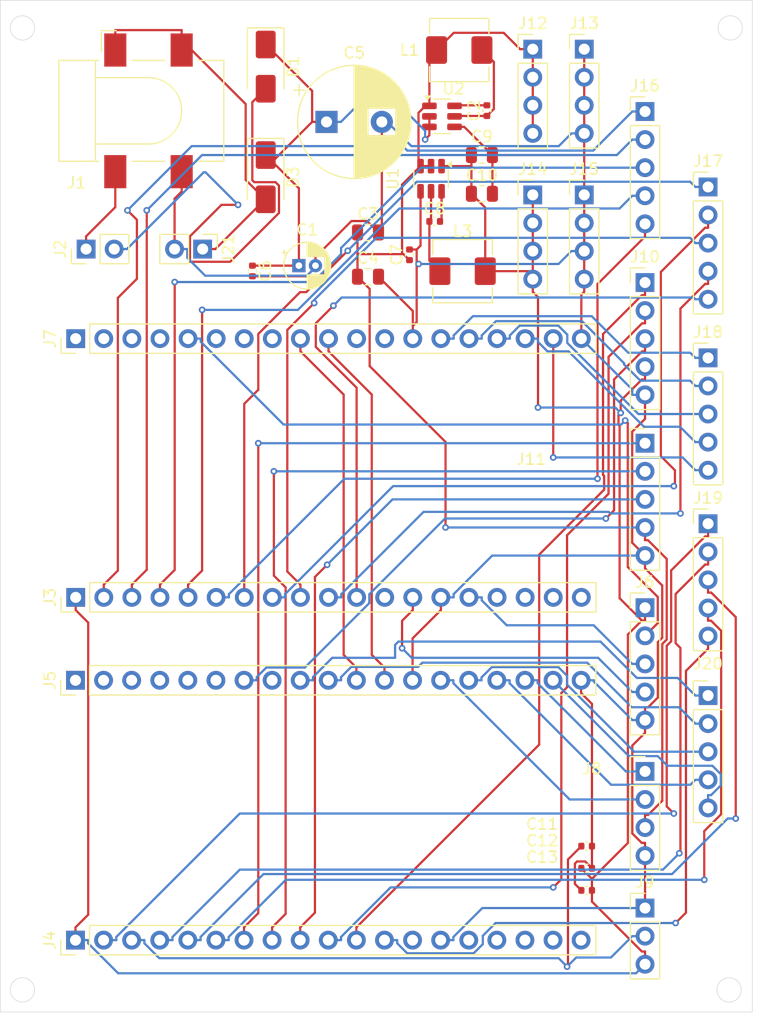
<source format=kicad_pcb>
(kicad_pcb (version 20240108) (generator "pcbnew") (generator_version "8.0")
  (layers (0 "F.Cu" signal) (31 "B.Cu" signal) (34 "B.Paste" user) (35 "F.Paste" user) (36 "B.SilkS" user "B.Silkscreen") (37 "F.SilkS" user "F.Silkscreen") (38 "B.Mask" user) (39 "F.Mask" user) (44 "Edge.Cuts" user))
  (net 0 "")
  (net 1 "Net-(D1-K)")
  (net 2 "GND")
  (net 3 "Net-(U2-SW)")
  (net 4 "Net-(U2-BST)")
  (net 5 "Net-(J11-Pin_4)")
  (net 6 "Net-(U1-SW)")
  (net 7 "Net-(U1-BST)")
  (net 8 "3.3V")
  (net 9 "Net-(J4-Pin_3)")
  (net 10 "Net-(D1-A)")
  (net 11 "Net-(J2-Pin_1)")
  (net 13 "Net-(J17-Pin_2)")
  (net 15 "Net-(J16-Pin_3)")
  (net 16 "Net-(J16-Pin_1)")
  (net 18 "Net-(J16-Pin_4)")
  (net 20 "Net-(J16-Pin_2)")
  (net 21 "Net-(J3-Pin_13)")
  (net 22 "Net-(J16-Pin_5)")
  (net 23 "Net-(J17-Pin_1)")
  (net 24 "Net-(J17-Pin_4)")
  (net 25 "Net-(J3-Pin_15)")
  (net 26 "Net-(J17-Pin_3)")
  (net 28 "Net-(J17-Pin_5)")
  (net 29 "Net-(J10-Pin_1)")
  (net 30 "Net-(J19-Pin_4)")
  (net 31 "Net-(J11-Pin_1)")
  (net 34 "Net-(J19-Pin_2)")
  (net 35 "Net-(J19-Pin_3)")
  (net 36 "Net-(J11-Pin_2)")
  (net 39 "Net-(J10-Pin_2)")
  (net 40 "Net-(J19-Pin_1)")
  (net 42 "Net-(J11-Pin_3)")
  (net 44 "Net-(J19-Pin_5)")
  (net 45 "Net-(J20-Pin_4)")
  (net 46 "Net-(J5-Pin_14)")
  (net 48 "Net-(J10-Pin_3)")
  (net 49 "Net-(J20-Pin_2)")
  (net 50 "Net-(J20-Pin_5)")
  (net 51 "Net-(J5-Pin_17)")
  (net 52 "Net-(J5-Pin_11)")
  (net 53 "Net-(J20-Pin_1)")
  (net 56 "Net-(J5-Pin_12)")
  (net 58 "Net-(J20-Pin_3)")
  (net 62 "Net-(J6-Pin_2)")
  (net 64 "Net-(J18-Pin_4)")
  (net 66 "Net-(J18-Pin_5)")
  (net 73 "Net-(J18-Pin_2)")
  (net 74 "Net-(J18-Pin_1)")
  (net 76 "Net-(J18-Pin_3)")
  (net 77 "Net-(D3-A)")
  (footprint "Connector_PinHeader_2.54mm:PinHeader_1x05_P2.54mm_Vertical" (layer "F.Cu") (at 177.3 42.06)
    (property "Reference" "J16")
    (property "Value" "Conn_01x05_Pin")
  )
  (footprint "Capacitor_SMD:C_0805_2012Metric" (layer "F.Cu") (at 152.25 53)
    (property "Reference" "C3")
    (property "Value" "22 uF")
  )
  (footprint "Capacitor_SMD:C_0402_1005Metric" (layer "F.Cu") (at 158.28 52)
    (property "Reference" "C8")
    (property "Value" "100 nF")
  )
  (footprint "Inductor_SMD:L_Changjiang_FXL0530" (layer "F.Cu") (at 160.8 56.5)
    (property "Reference" "L3")
    (property "Value" "3.9 uH")
  )
  (footprint "Capacitor_SMD:C_0402_1005Metric" (layer "F.Cu") (at 172.02 110.5)
    (property "Reference" "C12")
    (property "Value" "0.1 uF")
  )
  (footprint "Connector_PinHeader_2.54mm:PinHeader_1x19_P2.54mm_Vertical" (layer "F.Cu") (at 125.82 62.6 90)
    (property "Reference" "J7")
    (property "Value" "Conn_01x19_Socket")
  )
  (footprint "Connector_PinHeader_2.54mm:PinHeader_1x05_P2.54mm_Vertical" (layer "F.Cu") (at 177.3 72.06)
    (property "Reference" "J11")
    (property "Value" "Conn_01x05_Pin")
  )
  (footprint "Connector_PinHeader_2.54mm:PinHeader_1x05_P2.54mm_Vertical" (layer "F.Cu") (at 183 79.34)
    (property "Reference" "J19")
    (property "Value" "Conn_01x05_Pin")
  )
  (footprint "Connector_PinHeader_2.54mm:PinHeader_1x04_P2.54mm_Vertical" (layer "F.Cu") (at 167.15 36.42)
    (property "Reference" "J12")
    (property "Value" "Conn_01x04_Pin")
  )
  (footprint "Connector_PinHeader_2.54mm:PinHeader_1x05_P2.54mm_Vertical" (layer "F.Cu") (at 183 64.34)
    (property "Reference" "J18")
    (property "Value" "Conn_01x05_Pin")
  )
  (footprint "Connector_PinHeader_2.54mm:PinHeader_1x05_P2.54mm_Vertical" (layer "F.Cu") (at 177.3 57.525)
    (property "Reference" "J10")
    (property "Value" "Conn_01x05_Pin")
  )
  (footprint "Connector_PinHeader_2.54mm:PinHeader_1x04_P2.54mm_Vertical" (layer "F.Cu") (at 171.8 49.6)
    (property "Reference" "J15")
    (property "Value" "Conn_01x04_Pin")
  )
  (footprint "Connector_PinHeader_2.54mm:PinHeader_1x04_P2.54mm_Vertical" (layer "F.Cu") (at 171.8 36.42)
    (property "Reference" "J13")
    (property "Value" "Conn_01x04_Pin")
  )
  (footprint "Capacitor_SMD:C_0402_1005Metric" (layer "F.Cu") (at 141.8 56.48 -90)
    (property "Reference" "C6")
    (property "Value" "0.1 uF")
  )
  (footprint "Capacitor_SMD:C_0402_1005Metric" (layer "F.Cu") (at 172.02 108.5)
    (property "Reference" "C11")
    (property "Value" "0.001 uF")
  )
  (footprint "Connector_PinHeader_2.54mm:PinHeader_1x04_P2.54mm_Vertical" (layer "F.Cu") (at 177.3 101.74)
    (property "Reference" "J8")
    (property "Value" "Conn_01x04_Pin")
  )
  (footprint "Connector_PinHeader_2.54mm:PinHeader_1x02_P2.54mm_Vertical" (layer "F.Cu") (at 137.3 54.5 -90)
    (property "Reference" "J21")
    (property "Value" "Conn_01x02_Pin")
  )
  (footprint "Package_TO_SOT_SMD:TSOT-23-6" (layer "F.Cu") (at 157.95 48.1375 -90)
    (property "Reference" "U1")
    (property "Value" "AP63203WU")
  )
  (footprint "Connector_BarrelJack:BarrelJack_CLIFF_FC681465S_SMT_Horizontal" (layer "F.Cu") (at 132.4 42)
    (property "Reference" "J1")
    (property "Value" "Barrel_Jack_Switch")
  )
  (footprint "Connector_PinHeader_2.54mm:PinHeader_1x19_P2.54mm_Vertical" (layer "F.Cu") (at 125.8 93.5 90)
    (property "Reference" "J5")
    (property "Value" "Conn_01x19_Socket")
  )
  (footprint "Connector_PinHeader_2.54mm:PinHeader_1x19_P2.54mm_Vertical" (layer "F.Cu") (at 125.8 117 90)
    (property "Reference" "J4")
    (property "Value" "Conn_01x19_Socket")
  )
  (footprint "Package_TO_SOT_SMD:TSOT-23-6" (layer "F.Cu") (at 158.9375 42.5)
    (property "Reference" "U2")
    (property "Value" "AP63205WU")
  )
  (footprint "Inductor_SMD:L_Changjiang_FXL0530" (layer "F.Cu") (at 160.5 36.5 180)
    (property "Reference" "L1")
    (property "Value" "4.7 uH")
  )
  (footprint "Connector_PinHeader_2.54mm:PinHeader_1x03_P2.54mm_Vertical" (layer "F.Cu") (at 177.3 114.1)
    (property "Reference" "J9")
    (property "Value" "Conn_01x03_Pin")
  )
  (footprint "Capacitor_SMD:C_0402_1005Metric" (layer "F.Cu") (at 163 41.98 90)
    (property "Reference" "C2")
    (property "Value" "100 nF")
  )
  (footprint "Capacitor_SMD:C_0402_1005Metric" (layer "F.Cu") (at 156 55.02 90)
    (property "Reference" "C7")
    (property "Value" "0.1 uF")
  )
  (footprint "Connector_PinHeader_2.54mm:PinHeader_1x05_P2.54mm_Vertical" (layer "F.Cu") (at 183 94.88)
    (property "Reference" "J20")
    (property "Value" "Conn_01x05_Pin")
  )
  (footprint "Capacitor_SMD:C_0805_2012Metric" (layer "F.Cu") (at 162.55 46)
    (property "Reference" "C9")
    (property "Value" "22 uF")
  )
  (footprint "Connector_PinHeader_2.54mm:PinHeader_1x05_P2.54mm_Vertical" (layer "F.Cu") (at 177.3 86.94)
    (property "Reference" "J6")
    (property "Value" "Conn_01x05_Pin")
  )
  (footprint "Diode_SMD:D_SMA" (layer "F.Cu") (at 143 48 -90)
    (property "Reference" "D3")
    (property "Value" "SS24")
  )
  (footprint "Capacitor_THT:CP_Radial_D10.0mm_P5.00mm" (layer "F.Cu") (at 148.5 43)
    (property "Reference" "C5")
    (property "Value" "1000 uF")
  )
  (footprint "Capacitor_SMD:C_0805_2012Metric" (layer "F.Cu") (at 152.25 57)
    (property "Reference" "C4")
    (property "Value" "22 uF")
  )
  (footprint "Diode_SMD:D_SMA" (layer "F.Cu") (at 143 38 -90)
    (property "Reference" "D1")
    (property "Value" "SS24")
  )
  (footprint "Connector_PinHeader_2.54mm:PinHeader_1x04_P2.54mm_Vertical" (layer "F.Cu") (at 167.15 49.6)
    (property "Reference" "J14")
    (property "Value" "Conn_01x04_Pin")
  )
  (footprint "Capacitor_THT:CP_Radial_D4.0mm_P1.50mm" (layer "F.Cu") (at 146 56)
    (property "Reference" "C1")
    (property "Value" "10 uF")
  )
  (footprint "Connector_PinHeader_2.54mm:PinHeader_1x19_P2.54mm_Vertical" (layer "F.Cu") (at 125.82 86 90)
    (property "Reference" "J3")
    (property "Value" "Conn_01x19_Socket")
  )
  (footprint "Connector_PinHeader_2.54mm:PinHeader_1x05_P2.54mm_Vertical" (layer "F.Cu") (at 183 48.88)
    (property "Reference" "J17")
    (property "Value" "Conn_01x05_Pin")
  )
  (footprint "Capacitor_SMD:C_0402_1005Metric" (layer "F.Cu") (at 172.02 112.5)
    (property "Reference" "C13")
    (property "Value" "0.1 uF")
  )
  (footprint "Connector_PinHeader_2.54mm:PinHeader_1x02_P2.54mm_Vertical" (layer "F.Cu") (at 126.76 54.5 90)
    (property "Reference" "J2")
    (property "Value" "Conn_01x02_Pin")
  )
  (footprint "Capacitor_SMD:C_0805_2012Metric" (layer "F.Cu") (at 162.55 49.5)
    (property "Reference" "C10")
    (property "Value" "22 uF")
  )
  (gr_circle (center 184.9 121.5) (end 186 121.5) (stroke (width 0.05)) (fill none) (layer "Edge.Cuts"))
  (gr_rect (start 119 32) (end 187 123.5) (stroke (width 0.05)) (fill none) (layer "Edge.Cuts"))
  (gr_circle (center 121 121.5) (end 122.1 121.5) (stroke (width 0.05)) (fill none) (layer "Edge.Cuts"))
  (gr_circle (center 185 34.5) (end 186.1 34.5) (stroke (width 0.05)) (fill none) (layer "Edge.Cuts"))
  (gr_circle (center 121 34.5) (end 122.1 34.5) (stroke (width 0.05)) (fill none) (layer "Edge.Cuts"))
  (segment (start 146 56) (end 141.8 56) (width 0.2) (layer "F.Cu") (net 1))
  (segment (start 147.1983 43) (end 143.5992 46.5991) (width 0.2) (layer "F.Cu") (net 1))
  (segment (start 146 49) (end 143.5992 46.5991) (width 0.2) (layer "F.Cu") (net 1))
  (segment (start 157.4162 44.5917) (end 157.8 44.2079) (width 0.2) (layer "F.Cu") (net 1))
  (segment (start 146 56) (end 146 49) (width 0.2) (layer "F.Cu") (net 1))
  (segment (start 148.5 43) (end 147.1983 43) (width 0.2) (layer "F.Cu") (net 1))
  (segment (start 143.5992 46.5991) (end 143 46) (width 0.2) (layer "F.Cu") (net 1))
  (segment (start 147.1983 40.1983) (end 147.1983 43) (width 0.2) (layer "F.Cu") (net 1))
  (segment (start 157.8 44.2079) (end 157.8 43.45) (width 0.2) (layer "F.Cu") (net 1))
  (segment (start 143 36) (end 147.1983 40.1983) (width 0.2) (layer "F.Cu") (net 1))
  (segment (start 157.8 43.45) (end 157.8 42.5) (width 0.2) (layer "F.Cu") (net 1))
  (via (at 157.4162 44.5917) (size 0.6) (drill 0.3) (layers "F.Cu" "B.Cu") (net 1))
  (segment (start 155.2848 41.6748) (end 151.1269 41.6748) (width 0.2) (layer "B.Cu") (net 1))
  (segment (start 157.4162 44.5917) (end 157.4162 43.8062) (width 0.2) (layer "B.Cu") (net 1))
  (segment (start 149.8017 43) (end 148.5 43) (width 0.2) (layer "B.Cu") (net 1))
  (segment (start 151.1269 41.6748) (end 149.8017 43) (width 0.2) (layer "B.Cu") (net 1))
  (segment (start 157.4162 43.8062) (end 155.2848 41.6748) (width 0.2) (layer "B.Cu") (net 1))
  (segment (start 171.8 41.5) (end 171.8 44.04) (width 0.2) (layer "F.Cu") (net 2))
  (segment (start 156.65 55.8496) (end 156.8239 55.8496) (width 0.2) (layer "F.Cu") (net 2))
  (segment (start 176.1396 81.0596) (end 176.1396 71.0178) (width 0.2) (layer "F.Cu") (net 2))
  (segment (start 156.65 54.54) (end 157 54.19) (width 0.2) (layer "F.Cu") (net 2))
  (segment (start 177.3 82.22) (end 176.1396 81.0596) (width 0.2) (layer "F.Cu") (net 2))
  (segment (start 156.65 61.0983) (end 156.65 55.8496) (width 0.2) (layer "F.Cu") (net 2))
  (segment (start 172.5 108.5) (end 172.5 95.6317) (width 0.2) (layer "F.Cu") (net 2))
  (segment (start 156.28 89.7117) (end 156.28 93.5) (width 0.2) (layer "F.Cu") (net 2))
  (segment (start 178.8534 84.9251) (end 177.3 83.3717) (width 0.2) (layer "F.Cu") (net 2))
  (segment (start 177.3 67.685) (end 177.3 68.8367) (width 0.2) (layer "F.Cu") (net 2))
  (segment (start 147.5 56.1459) (end 147.5 56) (width 0.2) (layer "F.Cu") (net 2))
  (segment (start 177.0035 108.2083) (end 177.3 108.2083) (width 0.2) (layer "F.Cu") (net 2))
  (segment (start 172.5 95.6317) (end 171.52 94.6517) (width 0.2) (layer "F.Cu") (net 2))
  (segment (start 177.3 82.7958) (end 177.3 82.22) (width 0.2) (layer "F.Cu") (net 2))
  (segment (start 135.4 49.3017) (end 134.76 49.9417) (width 0.2) (layer "F.Cu") (net 2))
  (segment (start 177.3 95.9483) (end 177.5685 95.9483) (width 0.2) (layer "F.Cu") (net 2))
  (segment (start 156.3 60.1) (end 156.3 61.4483) (width 0.2) (layer "F.Cu") (net 2))
  (segment (start 177.5685 95.9483) (end 178.4566 95.0602) (width 0.2) (layer "F.Cu") (net 2))
  (segment (start 171.8864 109.8864) (end 172.5 110.5) (width 0.2) (layer "F.Cu") (net 2))
  (segment (start 171.8 58.3717) (end 171.54 58.6317) (width 0.2) (layer "F.Cu") (net 2))
  (segment (start 171.8 57.22) (end 171.8 58.3717) (width 0.2) (layer "F.Cu") (net 2))
  (segment (start 156.3 62.6) (end 156.3 61.4483) (width 0.2) (layer "F.Cu") (net 2))
  (segment (start 150.7546 51.9661) (end 152.1661 51.9661) (width 0.2) (layer "F.Cu") (net 2))
  (segment (start 170.9555 110.0813) (end 171.1504 109.8864) (width 0.2) (layer "F.Cu") (net 2))
  (segment (start 171.54 112.5) (end 170.9555 111.9155) (width 0.2) (layer "F.Cu") (net 2))
  (segment (start 153.5 52.7) (end 153.2 53) (width 0.2) (layer "F.Cu") (net 2))
  (segment (start 152.1661 51.9661) (end 153.2 53) (width 0.2) (layer "F.Cu") (net 2))
  (segment (start 146.6859 56.96) (end 147.5 56.1459) (width 0.2) (layer "F.Cu") (net 2))
  (segment (start 141.8 56.96) (end 146.6859 56.96) (width 0.2) (layer "F.Cu") (net 2))
  (segment (start 171.8 44.04) (end 171.8 46) (width 0.2) (layer "F.Cu") (net 2))
  (segment (start 158.84 86) (end 158.84 87.1517) (width 0.2) (layer "F.Cu") (net 2))
  (segment (start 153.5 43) (end 153.5 52.7) (width 0.2) (layer "F.Cu") (net 2))
  (segment (start 156.65 55.8496) (end 156.65 54.54) (width 0.2) (layer "F.Cu") (net 2))
  (segment (start 177.3 114.1) (end 177.3 109.36) (width 0.2) (layer "F.Cu") (net 2))
  (segment (start 171.8 52.14) (end 171.8 49.6) (width 0.2) (layer "F.Cu") (net 2))
  (segment (start 171.8 54.68) (end 171.8 52.14) (width 0.2) (layer "F.Cu") (net 2))
  (segment (start 134.76 49.9417) (end 134.76 54.5) (width 0.2) (layer "F.Cu") (net 2))
  (segment (start 170.9555 111.9155) (end 170.9555 110.0813) (width 0.2) (layer "F.Cu") (net 2))
  (segment (start 177.3 82.7958) (end 177.3 83.3717) (width 0.2) (layer "F.Cu") (net 2))
  (segment (start 160.075 43.45) (end 160.95 43.45) (width 0.2) (layer "F.Cu") (net 2))
  (segment (start 176.1483 107.3531) (end 177.0035 108.2083) (width 0.2) (layer "F.Cu") (net 2))
  (segment (start 147.5 55.2207) (end 150.7546 51.9661) (width 0.2) (layer "F.Cu") (net 2))
  (segment (start 177.3 109.36) (end 177.3 108.2083) (width 0.2) (layer "F.Cu") (net 2))
  (segment (start 156.3 61.4483) (end 156.65 61.0983) (width 0.2) (layer "F.Cu") (net 2))
  (segment (start 158.84 87.1517) (end 156.28 89.7117) (width 0.2) (layer "F.Cu") (net 2))
  (segment (start 177.3 98.2517) (end 176.1483 99.4034) (width 0.2) (layer "F.Cu") (net 2))
  (segment (start 147.5 56) (end 147.5 55.2207) (width 0.2) (layer "F.Cu") (net 2))
  (segment (start 177.3 69.8574) (end 177.3 68.8367) (width 0.2) (layer "F.Cu") (net 2))
  (segment (start 178.4566 95.0602) (end 178.4566 90.0479) (width 0.2) (layer "F.Cu") (net 2))
  (segment (start 171.54 58.6317) (end 171.54 62.6) (width 0.2) (layer "F.Cu") (net 2))
  (segment (start 153.2 57) (end 156.3 60.1) (width 0.2) (layer "F.Cu") (net 2))
  (segment (start 172.5 110.5) (end 172.5 108.5) (width 0.2) (layer "F.Cu") (net 2))
  (segment (start 177.3 97.1) (end 177.3 98.2517) (width 0.2) (layer "F.Cu") (net 2))
  (segment (start 135.4 47.5) (end 135.4 49.3017) (width 0.2) (layer "F.Cu") (net 2))
  (segment (start 171.8 41.5) (end 171.8 38.96) (width 0.2) (layer "F.Cu") (net 2))
  (segment (start 171.8 46) (end 171.8 49.6) (width 0.2) (layer "F.Cu") (net 2))
  (segment (start 178.8534 89.6511) (end 178.8534 84.9251) (width 0.2) (layer "F.Cu") (net 2))
  (segment (start 176.1396 71.0178) (end 177.3 69.8574) (width 0.2) (layer "F.Cu") (net 2))
  (segment (start 163.5 46) (end 171.8 46) (width 0.2) (layer "F.Cu") (net 2))
  (segment (start 157 54.19) (end 157 49.275) (width 0.2) (layer "F.Cu") (net 2))
  (segment (start 178.4566 90.0479) (end 178.8534 89.6511) (width 0.2) (layer "F.Cu") (net 2))
  (segment (start 171.1504 109.8864) (end 171.8864 109.8864) (width 0.2) (layer "F.Cu") (net 2))
  (segment (start 171.8 38.96) (end 171.8 36.42) (width 0.2) (layer "F.Cu") (net 2))
  (segment (start 171.52 93.5) (end 171.52 94.6517) (width 0.2) (layer "F.Cu") (net 2))
  (segment (start 160.95 43.45) (end 163.5 46) (width 0.2) (layer "F.Cu") (net 2))
  (segment (start 156 54.54) (end 156.65 54.54) (width 0.2) (layer "F.Cu") (net 2))
  (segment (start 177.3 97.1) (end 177.3 95.9483) (width 0.2) (layer "F.Cu") (net 2))
  (segment (start 176.1483 99.4034) (end 176.1483 107.3531) (width 0.2) (layer "F.Cu") (net 2))
  (segment (start 163.5 49.5) (end 163.5 46) (width 0.2) (layer "F.Cu") (net 2))
  (segment (start 171.8 57.22) (end 171.8 54.68) (width 0.2) (layer "F.Cu") (net 2))
  (via (at 156.8239 55.8496) (size 0.6) (drill 0.3) (layers "F.Cu" "B.Cu") (net 2))
  (segment (start 159.9917 85.7121) (end 163.4838 82.22) (width 0.2) (layer "B.Cu") (net 2))
  (segment (start 176.1483 67.685) (end 176.1483 67.2083) (width 0.2) (layer "B.Cu") (net 2))
  (segment (start 172.6717 93.5) (end 172.6717 93.6234) (width 0.2) (layer "B.Cu") (net 2))
  (segment (start 159.9717 117) (end 159.9717 116.7121) (width 0.2) (layer "B.Cu") (net 2))
  (segment (start 147.5 56) (end 147.5 56.1459) (width 0.2) (layer "B.Cu") (net 2))
  (segment (start 134.76 54.5) (end 135.9117 54.5) (width 0.2) (layer "B.Cu") (net 2))
  (segment (start 169.4966 45.1917) (end 170.6483 44.04) (width 0.2) (layer "B.Cu") (net 2))
  (segment (start 153.5 43) (end 153.9819 43) (width 0.2) (layer "B.Cu") (net 2))
  (segment (start 147.5 56.1459) (end 146.7383 56.9076) (width 0.2) (layer "B.Cu") (net 2))
  (segment (start 177.3 67.685) (end 176.1483 67.685) (width 0.2) (layer "B.Cu") (net 2))
  (segment (start 159.9717 116.7121) (end 162.5838 114.1) (width 0.2) (layer "B.Cu") (net 2))
  (segment (start 177.3 97.1) (end 176.1483 97.1) (width 0.2) (layer "B.Cu") (net 2))
  (segment (start 158.82 117) (end 159.9717 117) (width 0.2) (layer "B.Cu") (net 2))
  (segment (start 171.52 93.5) (end 172.6717 93.5) (width 0.2) (layer "B.Cu") (net 2))
  (segment (start 156.1736 45.1917) (end 169.4966 45.1917) (width 0.2) (layer "B.Cu") (net 2))
  (segment (start 153.9819 43) (end 156.1736 45.1917) (width 0.2) (layer "B.Cu") (net 2))
  (segment (start 170.6483 44.04) (end 171.8 44.04) (width 0.2) (layer "B.Cu") (net 2))
  (segment (start 163.4838 82.22) (end 177.3 82.22) (width 0.2) (layer "B.Cu") (net 2))
  (segment (start 158.84 86) (end 159.9917 86) (width 0.2) (layer "B.Cu") (net 2))
  (segment (start 172.6717 93.6234) (end 176.1483 97.1) (width 0.2) (layer "B.Cu") (net 2))
  (segment (start 162.5838 114.1) (end 177.3 114.1) (width 0.2) (layer "B.Cu") (net 2))
  (segment (start 159.9917 86) (end 159.9917 85.7121) (width 0.2) (layer "B.Cu") (net 2))
  (segment (start 171.8 54.68) (end 170.6483 54.68) (width 0.2) (layer "B.Cu") (net 2))
  (segment (start 137.5275 56.9076) (end 135.9117 55.2918) (width 0.2) (layer "B.Cu") (net 2))
  (segment (start 176.1483 67.2083) (end 171.54 62.6) (width 0.2) (layer "B.Cu") (net 2))
  (segment (start 135.9117 55.2918) (end 135.9117 54.5) (width 0.2) (layer "B.Cu") (net 2))
  (segment (start 170.6483 54.68) (end 169.4787 55.8496) (width 0.2) (layer "B.Cu") (net 2))
  (segment (start 169.4787 55.8496) (end 156.8239 55.8496) (width 0.2) (layer "B.Cu") (net 2))
  (segment (start 146.7383 56.9076) (end 137.5275 56.9076) (width 0.2) (layer "B.Cu") (net 2))
  (segment (start 160.115 42.46) (end 160.075 42.5) (width 0.2) (layer "F.Cu") (net 3))
  (segment (start 162.55 36.5) (end 163.6299 37.5799) (width 0.2) (layer "F.Cu") (net 3))
  (segment (start 163.6299 41.8301) (end 163 42.46) (width 0.2) (layer "F.Cu") (net 3))
  (segment (start 163 42.46) (end 160.115 42.46) (width 0.2) (layer "F.Cu") (net 3))
  (segment (start 163.6299 37.5799) (end 163.6299 41.8301) (width 0.2) (layer "F.Cu") (net 3))
  (segment (start 160.125 41.5) (end 160.075 41.55) (width 0.2) (layer "F.Cu") (net 4))
  (segment (start 163 41.5) (end 160.125 41.5) (width 0.2) (layer "F.Cu") (net 4))
  (segment (start 156 55.5) (end 155.4593 54.9593) (width 0.2) (layer "F.Cu") (net 5))
  (segment (start 160.0081 34.9419) (end 158.45 36.5) (width 0.2) (layer "F.Cu") (net 5))
  (segment (start 167.15 36.42) (end 165.9983 36.42) (width 0.2) (layer "F.Cu") (net 5))
  (segment (start 177.3 106.82) (end 177.3 105.6683) (width 0.2) (layer "F.Cu") (net 5))
  (segment (start 167.15 38.96) (end 167.15 36.42) (width 0.2) (layer "F.Cu") (net 5))
  (segment (start 179.26 82.526) (end 177.5657 80.8317) (width 0.2) (layer "F.Cu") (net 5))
  (segment (start 155.3292 48.6708) (end 155.3292 54.9593) (width 0.2) (layer "F.Cu") (net 5))
  (segment (start 177.5657 80.8317) (end 177.3 80.8317) (width 0.2) (layer "F.Cu") (net 5))
  (segment (start 159.2602 71.9466) (end 159.2602 79.68) (width 0.2) (layer "F.Cu") (net 5))
  (segment (start 177.3 105.6683) (end 177.5879 105.6683) (width 0.2) (layer "F.Cu") (net 5))
  (segment (start 156.8162 42.1738) (end 156.8162 46.8162) (width 0.2) (layer "F.Cu") (net 5))
  (segment (start 157 47) (end 157.95 47) (width 0.2) (layer "F.Cu") (net 5))
  (segment (start 179.26 89.8126) (end 179.26 82.526) (width 0.2) (layer "F.Cu") (net 5))
  (segment (start 152.3988 58.0988) (end 152.3988 65.0852) (width 0.2) (layer "F.Cu") (net 5))
  (segment (start 177.3 79.68) (end 177.3 80.8317) (width 0.2) (layer "F.Cu") (net 5))
  (segment (start 151.3 57) (end 151.3 54.9593) (width 0.2) (layer "F.Cu") (net 5))
  (segment (start 157.44 41.55) (end 156.8162 42.1738) (width 0.2) (layer "F.Cu") (net 5))
  (segment (start 155.3292 54.9593) (end 151.3 54.9593) (width 0.2) (layer "F.Cu") (net 5))
  (segment (start 157.8 41.55) (end 157.44 41.55) (width 0.2) (layer "F.Cu") (net 5))
  (segment (start 152.3988 65.0852) (end 159.2602 71.9466) (width 0.2) (layer "F.Cu") (net 5))
  (segment (start 157 47) (end 155.3292 48.6708) (width 0.2) (layer "F.Cu") (net 5))
  (segment (start 178.8583 104.3979) (end 178.8583 90.2143) (width 0.2) (layer "F.Cu") (net 5))
  (segment (start 157.8 37.15) (end 157.8 41.55) (width 0.2) (layer "F.Cu") (net 5))
  (segment (start 165.9983 36.42) (end 164.5202 34.9419) (width 0.2) (layer "F.Cu") (net 5))
  (segment (start 178.8583 90.2143) (end 179.26 89.8126) (width 0.2) (layer "F.Cu") (net 5))
  (segment (start 167.15 41.5) (end 167.15 38.96) (width 0.2) (layer "F.Cu") (net 5))
  (segment (start 155.4593 54.9593) (end 155.3292 54.9593) (width 0.2) (layer "F.Cu") (net 5))
  (segment (start 158.45 36.5) (end 157.8 37.15) (width 0.2) (layer "F.Cu") (net 5))
  (segment (start 151.3 57) (end 152.3988 58.0988) (width 0.2) (layer "F.Cu") (net 5))
  (segment (start 156.8162 46.8162) (end 157 47) (width 0.2) (layer "F.Cu") (net 5))
  (segment (start 167.15 44.04) (end 167.15 41.5) (width 0.2) (layer "F.Cu") (net 5))
  (segment (start 164.5202 34.9419) (end 160.0081 34.9419) (width 0.2) (layer "F.Cu") (net 5))
  (segment (start 177.5879 105.6683) (end 178.8583 104.3979) (width 0.2) (layer "F.Cu") (net 5))
  (segment (start 151.3 54.9593) (end 151.3 53) (width 0.2) (layer "F.Cu") (net 5))
  (via (at 159.2602 79.68) (size 0.6) (drill 0.3) (layers "F.Cu" "B.Cu") (net 5))
  (segment (start 177.3 79.68) (end 159.2602 79.68) (width 0.2) (layer "B.Cu") (net 5))
  (segment (start 157.8 55.55) (end 157.8 52) (width 0.2) (layer "F.Cu") (net 6))
  (segment (start 158.75 56.5) (end 157.8 55.55) (width 0.2) (layer "F.Cu") (net 6))
  (segment (start 157.95 49.275) (end 157.95 51.85) (width 0.2) (layer "F.Cu") (net 6))
  (segment (start 157.95 51.85) (end 157.8 52) (width 0.2) (layer "F.Cu") (net 6))
  (segment (start 158.9 51.86) (end 158.76 52) (width 0.2) (layer "F.Cu") (net 7))
  (segment (start 158.9 49.275) (end 158.9 51.86) (width 0.2) (layer "F.Cu") (net 7))
  (segment (start 177.0121 118.0283) (end 172.5 113.5162) (width 0.2) (layer "F.Cu") (net 8))
  (segment (start 175.1 69.318628) (end 174.9 69.518628) (width 0.2) (layer "F.Cu") (net 8))
  (segment (start 126.9517 114.6966) (end 125.8 115.8483) (width 0.2) (layer "F.Cu") (net 8))
  (segment (start 172.5 111.46) (end 171.54 110.5) (width 0.2) (layer "F.Cu") (net 8))
  (segment (start 167.6224 58.8441) (end 167.15 58.3717) (width 0.2) (layer "F.Cu") (net 8))
  (segment (start 167.15 52.14) (end 167.15 49.6) (width 0.2) (layer "F.Cu") (net 8))
  (segment (start 162.85 56.5) (end 162.85 50.75) (width 0.2) (layer "F.Cu") (net 8))
  (segment (start 172.5 113.5162) (end 172.5 112.5) (width 0.2) (layer "F.Cu") (net 8))
  (segment (start 167.15 56.5) (end 167.15 54.68) (width 0.2) (layer "F.Cu") (net 8))
  (segment (start 177.012 66.2967) (end 177.3 66.2967) (width 0.2) (layer "F.Cu") (net 8))
  (segment (start 177.3 86.94) (end 177.3 88.0917) (width 0.2) (layer "F.Cu") (net 8))
  (segment (start 161.6 49.5) (end 161.6 47) (width 0.2) (layer "F.Cu") (net 8))
  (segment (start 177.3 88.0917) (end 177.012 88.0917) (width 0.2) (layer "F.Cu") (net 8))
  (segment (start 175 86.0797) (end 177.012 88.0917) (width 0.2) (layer "F.Cu") (net 8))
  (segment (start 174.9 69.518628) (end 174.9 70.3839) (width 0.2) (layer "F.Cu") (net 8))
  (segment (start 125.82 87.1517) (end 126.9517 88.2834) (width 0.2) (layer "F.Cu") (net 8))
  (segment (start 177.012 88.0917) (end 175.7466 89.3571) (width 0.2) (layer "F.Cu") (net 8))
  (segment (start 161.6 47) (end 158.9 47) (width 0.2) (layer "F.Cu") (net 8))
  (segment (start 167.15 56.5) (end 162.85 56.5) (width 0.2) (layer "F.Cu") (net 8))
  (segment (start 174.9 70.3839) (end 175 70.4839) (width 0.2) (layer "F.Cu") (net 8))
  (segment (start 162.85 50.75) (end 161.6 49.5) (width 0.2) (layer "F.Cu") (net 8))
  (segment (start 177.3 66.2967) (end 177.3 65.145) (width 0.2) (layer "F.Cu") (net 8))
  (segment (start 175.1 69.318628) (end 175.1 68.2087) (width 0.2) (layer "F.Cu") (net 8))
  (segment (start 125.8 117) (end 125.8 115.8483) (width 0.2) (layer "F.Cu") (net 8))
  (segment (start 167.6224 68.8329) (end 167.6224 58.8441) (width 0.2) (layer "F.Cu") (net 8))
  (segment (start 167.15 57.22) (end 167.15 58.3717) (width 0.2) (layer "F.Cu") (net 8))
  (segment (start 161.6 47) (end 161.6 46) (width 0.2) (layer "F.Cu") (net 8))
  (segment (start 172.5 112.5) (end 172.5 111.46) (width 0.2) (layer "F.Cu") (net 8))
  (segment (start 167.15 56.5) (end 167.15 57.22) (width 0.2) (layer "F.Cu") (net 8))
  (segment (start 175 70.4839) (end 175 86.0797) (width 0.2) (layer "F.Cu") (net 8))
  (segment (start 126.9517 88.2834) (end 126.9517 114.6966) (width 0.2) (layer "F.Cu") (net 8))
  (segment (start 177.3 119.18) (end 177.3 118.0283) (width 0.2) (layer "F.Cu") (net 8))
  (segment (start 175.7466 89.3571) (end 175.7466 108.2134) (width 0.2) (layer "F.Cu") (net 8))
  (segment (start 175.1 68.2087) (end 177.012 66.2967) (width 0.2) (layer "F.Cu") (net 8))
  (segment (start 167.15 54.68) (end 167.15 52.14) (width 0.2) (layer "F.Cu") (net 8))
  (segment (start 175.7466 108.2134) (end 172.5 111.46) (width 0.2) (layer "F.Cu") (net 8))
  (segment (start 177.3 118.0283) (end 177.0121 118.0283) (width 0.2) (layer "F.Cu") (net 8))
  (segment (start 125.82 86) (end 125.82 87.1517) (width 0.2) (layer "F.Cu") (net 8))
  (via (at 167.6224 68.8329) (size 0.6) (drill 0.3) (layers "F.Cu" "B.Cu") (net 8))
  (via (at 175.1 69.318628) (size 0.6) (drill 0.3) (layers "F.Cu" "B.Cu") (net 8))
  (segment (start 129.6638 120) (end 176.48 120) (width 0.2) (layer "B.Cu") (net 8))
  (segment (start 176.48 120) (end 177.3 119.18) (width 0.2) (layer "B.Cu") (net 8))
  (segment (start 174.614272 68.8329) (end 167.6224 68.8329) (width 0.2) (layer "B.Cu") (net 8))
  (segment (start 125.8 117) (end 126.9517 117) (width 0.2) (layer "B.Cu") (net 8))
  (segment (start 175.1 69.318628) (end 174.614272 68.8329) (width 0.2) (layer "B.Cu") (net 8))
  (segment (start 126.9517 117) (end 126.9517 117.2879) (width 0.2) (layer "B.Cu") (net 8))
  (segment (start 126.9517 117.2879) (end 129.6638 120) (width 0.2) (layer "B.Cu") (net 8))
  (segment (start 170.3318 119.3182) (end 170.3318 109.7082) (width 0.2) (layer "F.Cu") (net 9))
  (segment (start 170.3318 109.7082) (end 171.54 108.5) (width 0.2) (layer "F.Cu") (net 9))
  (segment (start 170.25 119.4) (end 170.3318 119.3182) (width 0.2) (layer "F.Cu") (net 9))
  (via (at 170.25 119.4) (size 0.6) (drill 0.3) (layers "F.Cu" "B.Cu") (net 9))
  (segment (start 174.2158 118.5725) (end 176.1483 116.64) (width 0.2) (layer "B.Cu") (net 9))
  (segment (start 176.1483 116.64) (end 177.3 116.64) (width 0.2) (layer "B.Cu") (net 9))
  (segment (start 171.0775 118.5725) (end 174.2158 118.5725) (width 0.2) (layer "B.Cu") (net 9))
  (segment (start 132.0317 117.2879) (end 132.0317 117) (width 0.2) (layer "B.Cu") (net 9))
  (segment (start 170.25 119.4) (end 169.4861 118.6361) (width 0.2) (layer "B.Cu") (net 9))
  (segment (start 169.4861 118.6361) (end 133.3799 118.6361) (width 0.2) (layer "B.Cu") (net 9))
  (segment (start 132.0317 117) (end 130.88 117) (width 0.2) (layer "B.Cu") (net 9))
  (segment (start 133.3799 118.6361) (end 132.0317 117.2879) (width 0.2) (layer "B.Cu") (net 9))
  (segment (start 170.25 119.4) (end 171.0775 118.5725) (width 0.2) (layer "B.Cu") (net 9))
  (segment (start 144.2 51.234744) (end 144.2 48.765256) (width 0.2) (layer "F.Cu") (net 10))
  (segment (start 141.967386 48.45) (end 141.7898 48.272414) (width 0.2) (layer "F.Cu") (net 10))
  (segment (start 136.15 55.65) (end 139.784744 55.65) (width 0.2) (layer "F.Cu") (net 10))
  (segment (start 143.884744 48.45) (end 141.967386 48.45) (width 0.2) (layer "F.Cu") (net 10))
  (segment (start 141.7898 48.272414) (end 141.7898 41.2102) (width 0.2) (layer "F.Cu") (net 10))
  (segment (start 140.5 50.5) (end 139 50.5) (width 0.2) (layer "F.Cu") (net 10))
  (segment (start 136.15 53.35) (end 136.15 55.65) (width 0.2) (layer "F.Cu") (net 10))
  (segment (start 139.784744 55.65) (end 144.2 51.234744) (width 0.2) (layer "F.Cu") (net 10))
  (segment (start 139 50.5) (end 136.15 53.35) (width 0.2) (layer "F.Cu") (net 10))
  (segment (start 144.2 48.765256) (end 143.884744 48.45) (width 0.2) (layer "F.Cu") (net 10))
  (segment (start 141.7898 41.2102) (end 143 40) (width 0.2) (layer "F.Cu") (net 10))
  (via (at 140.5 50.5) (size 0.6) (drill 0.3) (layers "F.Cu" "B.Cu") (net 10))
  (segment (start 140.5 50.5) (end 137.5576 47.5576) (width 0.2) (layer "B.Cu") (net 10))
  (segment (start 130.4517 54.5) (end 129.3 54.5) (width 0.2) (layer "B.Cu") (net 10))
  (segment (start 137.5576 47.5576) (end 137.3941 47.5576) (width 0.2) (layer "B.Cu") (net 10))
  (segment (start 137.3941 47.5576) (end 130.4517 54.5) (width 0.2) (layer "B.Cu") (net 10))
  (segment (start 129.4 50.7083) (end 129.4 47.5) (width 0.2) (layer "F.Cu") (net 11))
  (segment (start 126.76 53.3483) (end 129.4 50.7083) (width 0.2) (layer "F.Cu") (net 11))
  (segment (start 126.76 54.5) (end 126.76 53.3483) (width 0.2) (layer "F.Cu") (net 11))
  (segment (start 183 52.5717) (end 183 51.42) (width 0.2) (layer "F.Cu") (net 13))
  (segment (start 178.7282 56.575) (end 182.7315 52.5717) (width 0.2) (layer "F.Cu") (net 13))
  (segment (start 182.7315 52.5717) (end 183 52.5717) (width 0.2) (layer "F.Cu") (net 13))
  (segment (start 178.7282 73.2282) (end 178.7282 56.575) (width 0.2) (layer "F.Cu") (net 13))
  (segment (start 179.9 75.9396) (end 180 75.8396) (width 0.2) (layer "F.Cu") (net 13))
  (segment (start 180 74.5) (end 178.7282 73.2282) (width 0.2) (layer "F.Cu") (net 13))
  (segment (start 180 75.8396) (end 180 74.5) (width 0.2) (layer "F.Cu") (net 13))
  (via (at 179.9 75.9396) (size 0.6) (drill 0.3) (layers "F.Cu" "B.Cu") (net 13))
  (segment (start 154.519 75.9396) (end 144.7517 85.7069) (width 0.2) (layer "B.Cu") (net 13))
  (segment (start 144.7517 86) (end 143.6 86) (width 0.2) (layer "B.Cu") (net 13))
  (segment (start 179.9 75.9396) (end 154.519 75.9396) (width 0.2) (layer "B.Cu") (net 13))
  (segment (start 144.7517 85.7069) (end 144.7517 86) (width 0.2) (layer "B.Cu") (net 13))
  (segment (start 134.77 57.4819) (end 134.77 83.5183) (width 0.2) (layer "F.Cu") (net 15))
  (segment (start 133.44 86) (end 133.44 84.8483) (width 0.2) (layer "F.Cu") (net 15))
  (segment (start 134.77 83.5183) (end 133.44 84.8483) (width 0.2) (layer "F.Cu") (net 15))
  (via (at 134.77 57.4819) (size 0.6) (drill 0.3) (layers "F.Cu" "B.Cu") (net 15))
  (segment (start 149.8172 54.9581) (end 147.2934 57.4819) (width 0.2) (layer "B.Cu") (net 15))
  (segment (start 147.2934 57.4819) (end 134.77 57.4819) (width 0.2) (layer "B.Cu") (net 15))
  (segment (start 149.8172 54.3957) (end 149.8172 54.9581) (width 0.2) (layer "B.Cu") (net 15))
  (segment (start 177.3 47.14) (end 157.0729 47.14) (width 0.2) (layer "B.Cu") (net 15))
  (segment (start 157.0729 47.14) (end 149.8172 54.3957) (width 0.2) (layer "B.Cu") (net 15))
  (segment (start 128.36 84.8483) (end 128.36 86) (width 0.2) (layer "F.Cu") (net 16))
  (segment (start 129.63 58.9159) (end 129.63 83.5783) (width 0.2) (layer "F.Cu") (net 16))
  (segment (start 130.5 51) (end 131.3526 51.8526) (width 0.2) (layer "F.Cu") (net 16))
  (segment (start 131.3526 51.8526) (end 131.3526 57.1933) (width 0.2) (layer "F.Cu") (net 16))
  (segment (start 129.63 83.5783) (end 128.36 84.8483) (width 0.2) (layer "F.Cu") (net 16))
  (segment (start 131.3526 57.1933) (end 129.63 58.9159) (width 0.2) (layer "F.Cu") (net 16))
  (via (at 130.5 51) (size 0.6) (drill 0.3) (layers "F.Cu" "B.Cu") (net 16))
  (segment (start 172.6149 45.5934) (end 176.1483 42.06) (width 0.2) (layer "B.Cu") (net 16))
  (segment (start 155.8057 45.5934) (end 172.6149 45.5934) (width 0.2) (layer "B.Cu") (net 16))
  (segment (start 155.404 45.1917) (end 155.8057 45.5934) (width 0.2) (layer "B.Cu") (net 16))
  (segment (start 136.3083 45.1917) (end 155.404 45.1917) (width 0.2) (layer "B.Cu") (net 16))
  (segment (start 130.5 51) (end 136.3083 45.1917) (width 0.2) (layer "B.Cu") (net 16))
  (segment (start 176.1483 42.06) (end 177.3 42.06) (width 0.2) (layer "B.Cu") (net 16))
  (segment (start 137.25 83.5783) (end 137.25 60.0008) (width 0.2) (layer "F.Cu") (net 18))
  (segment (start 135.98 84.8483) (end 137.25 83.5783) (width 0.2) (layer "F.Cu") (net 18))
  (segment (start 135.98 86) (end 135.98 84.8483) (width 0.2) (layer "F.Cu") (net 18))
  (via (at 137.25 60.0008) (size 0.6) (drill 0.3) (layers "F.Cu" "B.Cu") (net 18))
  (segment (start 177.3 49.68) (end 176.1483 49.68) (width 0.2) (layer "B.Cu") (net 18))
  (segment (start 174.9966 50.8317) (end 176.1483 49.68) (width 0.2) (layer "B.Cu") (net 18))
  (segment (start 150.7955 55.1246) (end 155.0884 50.8317) (width 0.2) (layer "B.Cu") (net 18))
  (segment (start 155.0884 50.8317) (end 174.9966 50.8317) (width 0.2) (layer "B.Cu") (net 18))
  (segment (start 145.9138 60.0008) (end 150.79 55.1246) (width 0.2) (layer "B.Cu") (net 18))
  (segment (start 150.79 55.1246) (end 150.7955 55.1246) (width 0.2) (layer "B.Cu") (net 18))
  (segment (start 137.25 60.0008) (end 145.9138 60.0008) (width 0.2) (layer "B.Cu") (net 18))
  (segment (start 130.9 84.8483) (end 130.9 86) (width 0.2) (layer "F.Cu") (net 20))
  (segment (start 132.2439 83.5044) (end 130.9 84.8483) (width 0.2) (layer "F.Cu") (net 20))
  (segment (start 132.2439 51) (end 132.2439 83.5044) (width 0.2) (layer "F.Cu") (net 20))
  (via (at 132.2439 51) (size 0.6) (drill 0.3) (layers "F.Cu" "B.Cu") (net 20))
  (segment (start 137.2467 45.9972) (end 174.7511 45.9972) (width 0.2) (layer "B.Cu") (net 20))
  (segment (start 132.2439 51) (end 137.2467 45.9972) (width 0.2) (layer "B.Cu") (net 20))
  (segment (start 176.1483 44.6) (end 177.3 44.6) (width 0.2) (layer "B.Cu") (net 20))
  (segment (start 174.7511 45.9972) (end 176.1483 44.6) (width 0.2) (layer "B.Cu") (net 20))
  (segment (start 155.3318 90.6) (end 155.3318 88.1199) (width 0.2) (layer "F.Cu") (net 21))
  (segment (start 156.3 87.1517) (end 156.3 86) (width 0.2) (layer "F.Cu") (net 21))
  (segment (start 155.3318 88.1199) (end 156.3 87.1517) (width 0.2) (layer "F.Cu") (net 21))
  (via (at 155.3318 90.6) (size 0.6) (drill 0.3) (layers "F.Cu" "B.Cu") (net 21))
  (segment (start 156.1984 91.4666) (end 173.0549 91.4666) (width 0.2) (layer "B.Cu") (net 21))
  (segment (start 155.3318 90.6) (end 156.1984 91.4666) (width 0.2) (layer "B.Cu") (net 21))
  (segment (start 173.0549 91.4666) (end 176.1483 94.56) (width 0.2) (layer "B.Cu") (net 21))
  (segment (start 176.1483 94.56) (end 177.3 94.56) (width 0.2) (layer "B.Cu") (net 21))
  (segment (start 173 75.2698) (end 173 57.6717) (width 0.2) (layer "F.Cu") (net 22))
  (segment (start 173 57.6717) (end 177.3 53.3717) (width 0.2) (layer "F.Cu") (net 22))
  (segment (start 177.3 53.3717) (end 177.3 52.22) (width 0.2) (layer "F.Cu") (net 22))
  (via (at 173 75.2698) (size 0.6) (drill 0.3) (layers "F.Cu" "B.Cu") (net 22))
  (segment (start 173 75.2698) (end 150.114 75.2698) (width 0.2) (layer "B.Cu") (net 22))
  (segment (start 139.6717 86) (end 138.52 86) (width 0.2) (layer "B.Cu") (net 22))
  (segment (start 139.6717 85.7121) (end 139.6717 86) (width 0.2) (layer "B.Cu") (net 22))
  (segment (start 150.114 75.2698) (end 139.6717 85.7121) (width 0.2) (layer "B.Cu") (net 22))
  (segment (start 150.4172 54.654372) (end 150.409328 54.654372) (width 0.2) (layer "F.Cu") (net 23))
  (segment (start 150.409328 54.654372) (end 146.6682 58.3955) (width 0.2) (layer "F.Cu") (net 23))
  (segment (start 142.33 62.1744) (end 142.33 67.2263) (width 0.2) (layer "F.Cu") (net 23))
  (segment (start 146.6682 58.3955) (end 146.1089 58.3955) (width 0.2) (layer "F.Cu") (net 23))
  (segment (start 142.33 67.2263) (end 141.06 68.4963) (width 0.2) (layer "F.Cu") (net 23))
  (segment (start 141.06 68.4963) (end 141.06 86) (width 0.2) (layer "F.Cu") (net 23))
  (segment (start 146.1089 58.3955) (end 142.33 62.1744) (width 0.2) (layer "F.Cu") (net 23))
  (via (at 150.4172 54.654372) (size 0.6) (drill 0.3) (layers "F.Cu" "B.Cu") (net 23))
  (segment (start 181.8483 48.88) (end 183 48.88) (width 0.2) (layer "B.Cu") (net 23))
  (segment (start 156.6537 48.41) (end 181.3783 48.41) (width 0.2) (layer "B.Cu") (net 23))
  (segment (start 181.3783 48.41) (end 181.8483 48.88) (width 0.2) (layer "B.Cu") (net 23))
  (segment (start 150.4172 54.6465) (end 156.6537 48.41) (width 0.2) (layer "B.Cu") (net 23))
  (segment (start 150.4172 54.654372) (end 150.4172 54.6465) (width 0.2) (layer "B.Cu") (net 23))
  (segment (start 180.5 78.41) (end 180.5 59.8832) (width 0.2) (layer "F.Cu") (net 24))
  (segment (start 180.5 59.8832) (end 182.7315 57.6517) (width 0.2) (layer "F.Cu") (net 24))
  (segment (start 182.7315 57.6517) (end 183 57.6517) (width 0.2) (layer "F.Cu") (net 24))
  (segment (start 183 57.6517) (end 183 56.5) (width 0.2) (layer "F.Cu") (net 24))
  (via (at 180.5 78.41) (size 0.6) (drill 0.3) (layers "F.Cu" "B.Cu") (net 24))
  (segment (start 157.2763 78.2675) (end 149.8317 85.7121) (width 0.2) (layer "B.Cu") (net 24))
  (segment (start 180.5 78.41) (end 174.1498 78.41) (width 0.2) (layer "B.Cu") (net 24))
  (segment (start 149.8317 86) (end 148.68 86) (width 0.2) (layer "B.Cu") (net 24))
  (segment (start 174.1498 78.41) (end 174.0073 78.2675) (width 0.2) (layer "B.Cu") (net 24))
  (segment (start 174.0073 78.2675) (end 157.2763 78.2675) (width 0.2) (layer "B.Cu") (net 24))
  (segment (start 149.8317 85.7121) (end 149.8317 86) (width 0.2) (layer "B.Cu") (net 24))
  (segment (start 172.6535 88.5252) (end 164.7884 88.5252) (width 0.2) (layer "B.Cu") (net 25))
  (segment (start 176.1483 92.02) (end 172.6535 88.5252) (width 0.2) (layer "B.Cu") (net 25))
  (segment (start 162.5317 86.2685) (end 162.5317 86) (width 0.2) (layer "B.Cu") (net 25))
  (segment (start 164.7884 88.5252) (end 162.5317 86.2685) (width 0.2) (layer "B.Cu") (net 25))
  (segment (start 177.3 92.02) (end 176.1483 92.02) (width 0.2) (layer "B.Cu") (net 25))
  (segment (start 161.38 86) (end 162.5317 86) (width 0.2) (layer "B.Cu") (net 25))
  (segment (start 144.9535 83.6618) (end 146.14 84.8483) (width 0.2) (layer "F.Cu") (net 26))
  (segment (start 146.14 84.8483) (end 146.14 86) (width 0.2) (layer "F.Cu") (net 26))
  (segment (start 147.381565 59.381565) (end 144.9535 61.80963) (width 0.2) (layer "F.Cu") (net 26))
  (segment (start 144.9535 61.80963) (end 144.9535 83.6618) (width 0.2) (layer "F.Cu") (net 26))
  (via (at 147.381565 59.381565) (size 0.6) (drill 0.3) (layers "F.Cu" "B.Cu") (net 26))
  (segment (start 181.8483 53.96) (end 183 53.96) (width 0.2) (layer "B.Cu") (net 26))
  (segment (start 147.381565 59.106535) (end 153.0052 53.4829) (width 0.2) (layer "B.Cu") (net 26))
  (segment (start 153.0052 53.4829) (end 181.3712 53.4829) (width 0.2) (layer "B.Cu") (net 26))
  (segment (start 147.381565 59.381565) (end 147.381565 59.106535) (width 0.2) (layer "B.Cu") (net 26))
  (segment (start 181.3712 53.4829) (end 181.8483 53.96) (width 0.2) (layer "B.Cu") (net 26))
  (segment (start 147.53 61.2147) (end 147.53 63.35) (width 0.2) (layer "F.Cu") (net 28))
  (segment (start 151.22 67.04) (end 151.22 86) (width 0.2) (layer "F.Cu") (net 28))
  (segment (start 149.12235 59.62235) (end 147.53 61.2147) (width 0.2) (layer "F.Cu") (net 28))
  (segment (start 147.53 63.35) (end 151.22 67.04) (width 0.2) (layer "F.Cu") (net 28))
  (via (at 149.12235 59.62235) (size 0.6) (drill 0.3) (layers "F.Cu" "B.Cu") (net 28))
  (segment (start 149.8616 58.8831) (end 181.6914 58.8831) (width 0.2) (layer "B.Cu") (net 28))
  (segment (start 181.6914 58.8831) (end 181.8483 59.04) (width 0.2) (layer "B.Cu") (net 28))
  (segment (start 181.8483 59.04) (end 183 59.04) (width 0.2) (layer "B.Cu") (net 28))
  (segment (start 149.12235 59.62235) (end 149.8616 58.8831) (width 0.2) (layer "B.Cu") (net 28))
  (segment (start 177.3 58.6767) (end 177.0121 58.6767) (width 0.2) (layer "F.Cu") (net 29))
  (segment (start 173.5 74.921271) (end 173.6 75.021271) (width 0.2) (layer "F.Cu") (net 29))
  (segment (start 177.0121 58.6767) (end 173.5 62.1888) (width 0.2) (layer "F.Cu") (net 29))
  (segment (start 173.6 75.021271) (end 173.6 76.2615) (width 0.2) (layer "F.Cu") (net 29))
  (segment (start 167.73 82.1315) (end 167.73 99.3183) (width 0.2) (layer "F.Cu") (net 29))
  (segment (start 173.6 76.2615) (end 167.73 82.1315) (width 0.2) (layer "F.Cu") (net 29))
  (segment (start 167.73 99.3183) (end 151.2 115.8483) (width 0.2) (layer "F.Cu") (net 29))
  (segment (start 173.5 62.1888) (end 173.5 74.921271) (width 0.2) (layer "F.Cu") (net 29))
  (segment (start 151.2 115.8483) (end 151.2 117) (width 0.2) (layer "F.Cu") (net 29))
  (segment (start 177.3 57.525) (end 177.3 58.6767) (width 0.2) (layer "F.Cu") (net 29))
  (segment (start 183 86.96) (end 183 88.1117) (width 0.2) (layer "F.Cu") (net 30))
  (segment (start 182.654 107.1393) (end 182.654 111.5434) (width 0.2) (layer "F.Cu") (net 30))
  (segment (start 184.1835 105.6098) (end 182.654 107.1393) (width 0.2) (layer "F.Cu") (net 30))
  (segment (start 183.2685 88.1117) (end 184.1835 89.0267) (width 0.2) (layer "F.Cu") (net 30))
  (segment (start 184.1835 89.0267) (end 184.1835 105.6098) (width 0.2) (layer "F.Cu") (net 30))
  (segment (start 183 88.1117) (end 183.2685 88.1117) (width 0.2) (layer "F.Cu") (net 30))
  (via (at 182.654 111.5434) (size 0.6) (drill 0.3) (layers "F.Cu" "B.Cu") (net 30))
  (segment (start 139.6517 116.7121) (end 144.8204 111.5434) (width 0.2) (layer "B.Cu") (net 30))
  (segment (start 139.6517 117) (end 139.6517 116.7121) (width 0.2) (layer "B.Cu") (net 30))
  (segment (start 138.5 117) (end 139.6517 117) (width 0.2) (layer "B.Cu") (net 30))
  (segment (start 144.8204 111.5434) (end 182.654 111.5434) (width 0.2) (layer "B.Cu") (net 30))
  (segment (start 141.04 115.8483) (end 142.33 114.5583) (width 0.2) (layer "F.Cu") (net 31))
  (segment (start 142.33 114.5583) (end 142.33 72.06) (width 0.2) (layer "F.Cu") (net 31))
  (segment (start 141.04 117) (end 141.04 115.8483) (width 0.2) (layer "F.Cu") (net 31))
  (via (at 142.33 72.06) (size 0.6) (drill 0.3) (layers "F.Cu" "B.Cu") (net 31))
  (segment (start 177.3 72.06) (end 142.33 72.06) (width 0.2) (layer "B.Cu") (net 31))
  (segment (start 180.0634 85.6998) (end 182.7315 83.0317) (width 0.2) (layer "F.Cu") (net 34))
  (segment (start 182.7315 83.0317) (end 183 83.0317) (width 0.2) (layer "F.Cu") (net 34))
  (segment (start 180.0634 90.1452) (end 180.0634 85.6998) (width 0.2) (layer "F.Cu") (net 34))
  (segment (start 180.4 109.1439) (end 180.5 109.0439) (width 0.2) (layer "F.Cu") (net 34))
  (segment (start 180.5 90.5818) (end 180.0634 90.1452) (width 0.2) (layer "F.Cu") (net 34))
  (segment (start 183 83.0317) (end 183 81.88) (width 0.2) (layer "F.Cu") (net 34))
  (segment (start 180.5 109.0439) (end 180.5 90.5818) (width 0.2) (layer "F.Cu") (net 34))
  (via (at 180.4 109.1439) (size 0.6) (drill 0.3) (layers "F.Cu" "B.Cu") (net 34))
  (segment (start 134.5717 117) (end 133.42 117) (width 0.2) (layer "B.Cu") (net 34))
  (segment (start 178.9197 110.6242) (end 140.6596 110.6242) (width 0.2) (layer "B.Cu") (net 34))
  (segment (start 134.5717 116.7121) (end 134.5717 117) (width 0.2) (layer "B.Cu") (net 34))
  (segment (start 180.4 109.1439) (end 178.9197 110.6242) (width 0.2) (layer "B.Cu") (net 34))
  (segment (start 140.6596 110.6242) (end 134.5717 116.7121) (width 0.2) (layer "B.Cu") (net 34))
  (segment (start 185.5 87.7838) (end 183.2879 85.5717) (width 0.2) (layer "F.Cu") (net 35))
  (segment (start 185.5 106) (end 185.5 87.7838) (width 0.2) (layer "F.Cu") (net 35))
  (segment (start 183 85.5717) (end 183 84.42) (width 0.2) (layer "F.Cu") (net 35))
  (segment (start 183.2879 85.5717) (end 183 85.5717) (width 0.2) (layer "F.Cu") (net 35))
  (via (at 185.5 106) (size 0.6) (drill 0.3) (layers "F.Cu" "B.Cu") (net 35))
  (segment (start 184.7685 106) (end 179.7425 111.026) (width 0.2) (layer "B.Cu") (net 35))
  (segment (start 179.7425 111.026) (end 142.7978 111.026) (width 0.2) (layer "B.Cu") (net 35))
  (segment (start 137.1117 116.7121) (end 137.1117 117) (width 0.2) (layer "B.Cu") (net 35))
  (segment (start 185.5 106) (end 184.7685 106) (width 0.2) (layer "B.Cu") (net 35))
  (segment (start 142.7978 111.026) (end 137.1117 116.7121) (width 0.2) (layer "B.Cu") (net 35))
  (segment (start 137.1117 117) (end 135.96 117) (width 0.2) (layer "B.Cu") (net 35))
  (segment (start 144.8001 114.6282) (end 144.8001 85.0966) (width 0.2) (layer "F.Cu") (net 36))
  (segment (start 143.58 117) (end 143.58 115.8483) (width 0.2) (layer "F.Cu") (net 36))
  (segment (start 144.8001 85.0966) (end 143.738 84.0345) (width 0.2) (layer "F.Cu") (net 36))
  (segment (start 143.58 115.8483) (end 144.8001 114.6282) (width 0.2) (layer "F.Cu") (net 36))
  (segment (start 143.738 84.0345) (end 143.738 74.6) (width 0.2) (layer "F.Cu") (net 36))
  (via (at 143.738 74.6) (size 0.6) (drill 0.3) (layers "F.Cu" "B.Cu") (net 36))
  (segment (start 176.1483 74.6) (end 143.738 74.6) (width 0.2) (layer "B.Cu") (net 36))
  (segment (start 177.3 74.6) (end 176.1483 74.6) (width 0.2) (layer "B.Cu") (net 36))
  (segment (start 170.25 94.13) (end 170.25 80.3811) (width 0.2) (layer "F.Cu") (net 39))
  (segment (start 174 64.2502) (end 177.0335 61.2167) (width 0.2) (layer "F.Cu") (net 39))
  (segment (start 177.0335 61.2167) (end 177.3 61.2167) (width 0.2) (layer "F.Cu") (net 39))
  (segment (start 174 76.6311) (end 174 64.2502) (width 0.2) (layer "F.Cu") (net 39))
  (segment (start 169.7301 111.5016) (end 169.7301 94.6499) (width 0.2) (layer "F.Cu") (net 39))
  (segment (start 170.25 80.3811) (end 174 76.6311) (width 0.2) (layer "F.Cu") (net 39))
  (segment (start 169.7301 94.6499) (end 170.25 94.13) (width 0.2) (layer "F.Cu") (net 39))
  (segment (start 177.3 61.2167) (end 177.3 60.065) (width 0.2) (layer "F.Cu") (net 39))
  (segment (start 169 112.2317) (end 169.7301 111.5016) (width 0.2) (layer "F.Cu") (net 39))
  (via (at 169 112.2317) (size 0.6) (drill 0.3) (layers "F.Cu" "B.Cu") (net 39))
  (segment (start 169 112.2317) (end 154.2921 112.2317) (width 0.2) (layer "B.Cu") (net 39))
  (segment (start 154.2921 112.2317) (end 149.8117 116.7121) (width 0.2) (layer "B.Cu") (net 39))
  (segment (start 149.8117 117) (end 148.66 117) (width 0.2) (layer "B.Cu") (net 39))
  (segment (start 149.8117 116.7121) (end 149.8117 117) (width 0.2) (layer "B.Cu") (net 39))
  (segment (start 183 80.4917) (end 183 79.34) (width 0.2) (layer "F.Cu") (net 40))
  (segment (start 179.9 105.55) (end 179.26 104.91) (width 0.2) (layer "F.Cu") (net 40))
  (segment (start 179.26 104.91) (end 179.26 90.3806) (width 0.2) (layer "F.Cu") (net 40))
  (segment (start 179.26 90.3806) (end 179.6617 89.9789) (width 0.2) (layer "F.Cu") (net 40))
  (segment (start 179.6617 83.5655) (end 182.7355 80.4917) (width 0.2) (layer "F.Cu") (net 40))
  (segment (start 179.6617 89.9789) (end 179.6617 83.5655) (width 0.2) (layer "F.Cu") (net 40))
  (segment (start 182.7355 80.4917) (end 183 80.4917) (width 0.2) (layer "F.Cu") (net 40))
  (via (at 179.9 105.55) (size 0.6) (drill 0.3) (layers "F.Cu" "B.Cu") (net 40))
  (segment (start 179.9 105.55) (end 140.6538 105.55) (width 0.2) (layer "B.Cu") (net 40))
  (segment (start 129.4917 116.7121) (end 129.4917 117) (width 0.2) (layer "B.Cu") (net 40))
  (segment (start 140.6538 105.55) (end 129.4917 116.7121) (width 0.2) (layer "B.Cu") (net 40))
  (segment (start 129.4917 117) (end 128.34 117) (width 0.2) (layer "B.Cu") (net 40))
  (segment (start 147.45 84.1568) (end 147.45 114.5183) (width 0.2) (layer "F.Cu") (net 42))
  (segment (start 148.5534 83.0534) (end 147.45 84.1568) (width 0.2) (layer "F.Cu") (net 42))
  (segment (start 146.12 115.8483) (end 146.12 117) (width 0.2) (layer "F.Cu") (net 42))
  (segment (start 147.45 114.5183) (end 146.12 115.8483) (width 0.2) (layer "F.Cu") (net 42))
  (via (at 148.5534 83.0534) (size 0.6) (drill 0.3) (layers "F.Cu" "B.Cu") (net 42))
  (segment (start 148.5534 83.0534) (end 154.4668 77.14) (width 0.2) (layer "B.Cu") (net 42))
  (segment (start 154.4668 77.14) (end 177.3 77.14) (width 0.2) (layer "B.Cu") (net 42))
  (segment (start 181 114.5167) (end 180.0634 115.4533) (width 0.2) (layer "F.Cu") (net 44))
  (segment (start 181 92.6517) (end 181 114.5167) (width 0.2) (layer "F.Cu") (net 44))
  (segment (start 183 90.6517) (end 181 92.6517) (width 0.2) (layer "F.Cu") (net 44))
  (segment (start 183 89.5) (end 183 90.6517) (width 0.2) (layer "F.Cu") (net 44))
  (via (at 180.0634 115.4533) (size 0.6) (drill 0.3) (layers "F.Cu" "B.Cu") (net 44))
  (segment (start 153.74 117) (end 154.8917 117) (width 0.2) (layer "B.Cu") (net 44))
  (segment (start 155.7947 118.1909) (end 161.805 118.1909) (width 0.2) (layer "B.Cu") (net 44))
  (segment (start 162.63 117.3659) (end 162.63 116.6079) (width 0.2) (layer "B.Cu") (net 44))
  (segment (start 162.63 116.6079) (end 163.7846 115.4533) (width 0.2) (layer "B.Cu") (net 44))
  (segment (start 154.8917 117.2879) (end 155.7947 118.1909) (width 0.2) (layer "B.Cu") (net 44))
  (segment (start 154.8917 117) (end 154.8917 117.2879) (width 0.2) (layer "B.Cu") (net 44))
  (segment (start 163.7846 115.4533) (end 180.0634 115.4533) (width 0.2) (layer "B.Cu") (net 44))
  (segment (start 161.805 118.1909) (end 162.63 117.3659) (width 0.2) (layer "B.Cu") (net 44))
  (segment (start 183 102.5) (end 181.8483 102.5) (width 0.2) (layer "B.Cu") (net 45))
  (segment (start 163.9 93.5) (end 165.0517 93.5) (width 0.2) (layer "B.Cu") (net 45))
  (segment (start 181.8483 102.5) (end 181.4021 102.9462) (width 0.2) (layer "B.Cu") (net 45))
  (segment (start 165.0517 93.7685) (end 165.0517 93.5) (width 0.2) (layer "B.Cu") (net 45))
  (segment (start 181.4021 102.9462) (end 174.2294 102.9462) (width 0.2) (layer "B.Cu") (net 45))
  (segment (start 174.2294 102.9462) (end 165.0517 93.7685) (width 0.2) (layer "B.Cu") (net 45))
  (segment (start 176.1483 104.28) (end 170.4832 104.28) (width 0.2) (layer "B.Cu") (net 46))
  (segment (start 170.4832 104.28) (end 159.9717 93.7685) (width 0.2) (layer "B.Cu") (net 46))
  (segment (start 177.3 104.28) (end 176.1483 104.28) (width 0.2) (layer "B.Cu") (net 46))
  (segment (start 159.9717 93.7685) (end 159.9717 93.5) (width 0.2) (layer "B.Cu") (net 46))
  (segment (start 158.82 93.5) (end 159.9717 93.5) (width 0.2) (layer "B.Cu") (net 46))
  (segment (start 177.0315 63.7567) (end 174.5 66.2882) (width 0.2) (layer "F.Cu") (net 48))
  (segment (start 174.5 66.2882) (end 174.5 78.1273) (width 0.2) (layer "F.Cu") (net 48))
  (segment (start 177.3 62.605) (end 177.3 63.7567) (width 0.2) (layer "F.Cu") (net 48))
  (segment (start 177.3 63.7567) (end 177.0315 63.7567) (width 0.2) (layer "F.Cu") (net 48))
  (segment (start 174.5 78.1273) (end 173.7581 78.8692) (width 0.2) (layer "F.Cu") (net 48))
  (via (at 173.7581 78.8692) (size 0.6) (drill 0.3) (layers "F.Cu" "B.Cu") (net 48))
  (segment (start 142.1917 93.212) (end 143.0554 92.3483) (width 0.2) (layer "B.Cu") (net 48))
  (segment (start 159.2146 78.8692) (end 173.7581 78.8692) (width 0.2) (layer "B.Cu") (net 48))
  (segment (start 152.3717 86.5146) (end 152.3717 85.7121) (width 0.2) (layer "B.Cu") (net 48))
  (segment (start 141.04 93.5) (end 142.1917 93.5) (width 0.2) (layer "B.Cu") (net 48))
  (segment (start 152.3717 85.7121) (end 159.2146 78.8692) (width 0.2) (layer "B.Cu") (net 48))
  (segment (start 146.538 92.3483) (end 152.3717 86.5146) (width 0.2) (layer "B.Cu") (net 48))
  (segment (start 143.0554 92.3483) (end 146.538 92.3483) (width 0.2) (layer "B.Cu") (net 48))
  (segment (start 142.1917 93.5) (end 142.1917 93.212) (width 0.2) (layer "B.Cu") (net 48))
  (segment (start 157.1659 91.9054) (end 172.066 91.9054) (width 0.2) (layer "B.Cu") (net 49))
  (segment (start 183 97.42) (end 181.8483 97.42) (width 0.2) (layer "B.Cu") (net 49))
  (segment (start 172.066 91.9054) (end 176.0978 95.9372) (width 0.2) (layer "B.Cu") (net 49))
  (segment (start 176.0978 95.9372) (end 180.3655 95.9372) (width 0.2) (layer "B.Cu") (net 49))
  (segment (start 149.8117 93.2121) (end 150.7361 92.2877) (width 0.2) (layer "B.Cu") (net 49))
  (segment (start 180.3655 95.9372) (end 181.8483 97.42) (width 0.2) (layer "B.Cu") (net 49))
  (segment (start 156.7836 92.2877) (end 157.1659 91.9054) (width 0.2) (layer "B.Cu") (net 49))
  (segment (start 148.66 93.5) (end 149.8117 93.5) (width 0.2) (layer "B.Cu") (net 49))
  (segment (start 149.8117 93.5) (end 149.8117 93.2121) (width 0.2) (layer "B.Cu") (net 49))
  (segment (start 150.7361 92.2877) (end 156.7836 92.2877) (width 0.2) (layer "B.Cu") (net 49))
  (segment (start 183.3926 101.23) (end 184.1522 101.9896) (width 0.2) (layer "B.Cu") (net 50))
  (segment (start 184.1522 103.0046) (end 183.2685 103.8883) (width 0.2) (layer "B.Cu") (net 50))
  (segment (start 168.98 93.5) (end 175.8402 100.3602) (width 0.2) (layer "B.Cu") (net 50))
  (segment (start 178.4502 100.3602) (end 179.32 101.23) (width 0.2) (layer "B.Cu") (net 50))
  (segment (start 183 105.04) (end 183 103.8883) (width 0.2) (layer "B.Cu") (net 50))
  (segment (start 184.1522 101.9896) (end 184.1522 103.0046) (width 0.2) (layer "B.Cu") (net 50))
  (segment (start 183.2685 103.8883) (end 183 103.8883) (width 0.2) (layer "B.Cu") (net 50))
  (segment (start 179.32 101.23) (end 183.3926 101.23) (width 0.2) (layer "B.Cu") (net 50))
  (segment (start 175.8402 100.3602) (end 178.4502 100.3602) (width 0.2) (layer "B.Cu") (net 50))
  (segment (start 175.5632 101.74) (end 167.5917 93.7685) (width 0.2) (layer "B.Cu") (net 51))
  (segment (start 177.3 101.74) (end 175.5632 101.74) (width 0.2) (layer "B.Cu") (net 51))
  (segment (start 166.44 93.5) (end 167.5917 93.5) (width 0.2) (layer "B.Cu") (net 51))
  (segment (start 167.5917 93.7685) (end 167.5917 93.5) (width 0.2) (layer "B.Cu") (net 51))
  (segment (start 146.14 62.6) (end 146.14 63.7517) (width 0.2) (layer "F.Cu") (net 52))
  (segment (start 146.14 63.7517) (end 150.0483 67.66) (width 0.2) (layer "F.Cu") (net 52))
  (segment (start 150.0483 91.1966) (end 151.2 92.3483) (width 0.2) (layer "F.Cu") (net 52))
  (segment (start 151.2 93.5) (end 151.2 92.3483) (width 0.2) (layer "F.Cu") (net 52))
  (segment (start 150.0483 67.66) (end 150.0483 91.1966) (width 0.2) (layer "F.Cu") (net 52))
  (segment (start 181.8483 94.88) (end 180.2568 93.2885) (width 0.2) (layer "B.Cu") (net 53))
  (segment (start 149.0172 91.4666) (end 147.2717 93.2121) (width 0.2) (layer "B.Cu") (net 53))
  (segment (start 154.7005 90.2995) (end 154.7005 91.4666) (width 0.2) (layer "B.Cu") (net 53))
  (segment (start 147.2717 93.2121) (end 147.2717 93.5) (width 0.2) (layer "B.Cu") (net 53))
  (segment (start 147.2717 93.5) (end 146.12 93.5) (width 0.2) (layer "B.Cu") (net 53))
  (segment (start 176.5601 93.2885) (end 173.2716 90) (width 0.2) (layer "B.Cu") (net 53))
  (segment (start 155 90) (end 154.7005 90.2995) (width 0.2) (layer "B.Cu") (net 53))
  (segment (start 180.2568 93.2885) (end 176.5601 93.2885) (width 0.2) (layer "B.Cu") (net 53))
  (segment (start 183 94.88) (end 181.8483 94.88) (width 0.2) (layer "B.Cu") (net 53))
  (segment (start 173.2716 90) (end 155 90) (width 0.2) (layer "B.Cu") (net 53))
  (segment (start 154.7005 91.4666) (end 149.0172 91.4666) (width 0.2) (layer "B.Cu") (net 53))
  (segment (start 152.5883 67.66) (end 148.68 63.7517) (width 0.2) (layer "F.Cu") (net 56))
  (segment (start 153.74 92.3483) (end 152.5883 91.1966) (width 0.2) (layer "F.Cu") (net 56))
  (segment (start 152.5883 91.1966) (end 152.5883 67.66) (width 0.2) (layer "F.Cu") (net 56))
  (segment (start 153.74 93.5) (end 153.74 92.3483) (width 0.2) (layer "F.Cu") (net 56))
  (segment (start 148.68 62.6) (end 148.68 63.7517) (width 0.2) (layer "F.Cu") (net 56))
  (segment (start 183 99.96) (end 181.8483 99.96) (width 0.2) (layer "B.Cu") (net 58))
  (segment (start 161.36 93.5) (end 162.5117 93.5) (width 0.2) (layer "B.Cu") (net 58))
  (segment (start 176.3198 99.9585) (end 181.8468 99.9585) (width 0.2) (layer "B.Cu") (net 58))
  (segment (start 162.5117 93.2451) (end 163.4482 92.3086) (width 0.2) (layer "B.Cu") (net 58))
  (segment (start 163.4482 92.3086) (end 169.4608 92.3086) (width 0.2) (layer "B.Cu") (net 58))
  (segment (start 170.25 93.8887) (end 176.3198 99.9585) (width 0.2) (layer "B.Cu") (net 58))
  (segment (start 169.4608 92.3086) (end 170.25 93.0978) (width 0.2) (layer "B.Cu") (net 58))
  (segment (start 181.8468 99.9585) (end 181.8483 99.96) (width 0.2) (layer "B.Cu") (net 58))
  (segment (start 162.5117 93.5) (end 162.5117 93.2451) (width 0.2) (layer "B.Cu") (net 58))
  (segment (start 170.25 93.0978) (end 170.25 93.8887) (width 0.2) (layer "B.Cu") (net 58))
  (segment (start 175.7378 70.241324) (end 175.7378 83.2511) (width 0.2) (layer "F.Cu") (net 62))
  (segment (start 178.4517 85.965) (end 178.4517 88.3283) (width 0.2) (layer "F.Cu") (net 62))
  (segment (start 178.4517 88.3283) (end 177.3 89.48) (width 0.2) (layer "F.Cu") (net 62))
  (segment (start 175.7378 83.2511) (end 178.4517 85.965) (width 0.2) (layer "F.Cu") (net 62))
  (segment (start 175.505009 70.008533) (end 175.7378 70.241324) (width 0.2) (layer "F.Cu") (net 62))
  (via (at 175.505009 70.008533) (size 0.6) (drill 0.3) (layers "F.Cu" "B.Cu") (net 62))
  (segment (start 175.143842 70.3697) (end 144.6135 70.3697) (width 0.2) (layer "B.Cu") (net 62))
  (segment (start 137.1317 62.8879) (end 137.1317 62.6) (width 0.2) (layer "B.Cu") (net 62))
  (segment (start 137.1317 62.6) (end 135.98 62.6) (width 0.2) (layer "B.Cu") (net 62))
  (segment (start 175.505009 70.008533) (end 175.143842 70.3697) (width 0.2) (layer "B.Cu") (net 62))
  (segment (start 144.6135 70.3697) (end 137.1317 62.8879) (width 0.2) (layer "B.Cu") (net 62))
  (segment (start 166.46 62.6) (end 167.6117 62.6) (width 0.2) (layer "B.Cu") (net 64))
  (segment (start 170.3816 63.7517) (end 168.4754 63.7517) (width 0.2) (layer "B.Cu") (net 64))
  (segment (start 181.8483 71.96) (end 180.4585 70.5702) (width 0.2) (layer "B.Cu") (net 64))
  (segment (start 167.6117 62.888) (end 167.6117 62.6) (width 0.2) (layer "B.Cu") (net 64))
  (segment (start 183 71.96) (end 181.8483 71.96) (width 0.2) (layer "B.Cu") (net 64))
  (segment (start 177.2001 70.5702) (end 170.3816 63.7517) (width 0.2) (layer "B.Cu") (net 64))
  (segment (start 168.4754 63.7517) (end 167.6117 62.888) (width 0.2) (layer "B.Cu") (net 64))
  (segment (start 180.4585 70.5702) (end 177.2001 70.5702) (width 0.2) (layer "B.Cu") (net 64))
  (segment (start 169 62.6) (end 169 73.3483) (width 0.2) (layer "F.Cu") (net 66))
  (via (at 169 73.3483) (size 0.6) (drill 0.3) (layers "F.Cu" "B.Cu") (net 66))
  (segment (start 180.6966 73.3483) (end 169 73.3483) (width 0.2) (layer "B.Cu") (net 66))
  (segment (start 181.8483 74.5) (end 180.6966 73.3483) (width 0.2) (layer "B.Cu") (net 66))
  (segment (start 183 74.5) (end 181.8483 74.5) (width 0.2) (layer "B.Cu") (net 66))
  (segment (start 176.8801 66.4026) (end 175.4007 64.9232) (width 0.2) (layer "B.Cu") (net 73))
  (segment (start 171.5978 61.0207) (end 163.8231 61.0207) (width 0.2) (layer "B.Cu") (net 73))
  (segment (start 181.8483 66.88) (end 181.3709 66.4026) (width 0.2) (layer "B.Cu") (net 73))
  (segment (start 175.4007 64.9232) (end 175.4007 64.8236) (width 0.2) (layer "B.Cu") (net 73))
  (segment (start 161.38 62.6) (end 162.5317 62.6) (width 0.2) (layer "B.Cu") (net 73))
  (segment (start 183 66.88) (end 181.8483 66.88) (width 0.2) (layer "B.Cu") (net 73))
  (segment (start 163.8231 61.0207) (end 162.5317 62.3121) (width 0.2) (layer "B.Cu") (net 73))
  (segment (start 162.5317 62.3121) (end 162.5317 62.6) (width 0.2) (layer "B.Cu") (net 73))
  (segment (start 175.4007 64.8236) (end 171.5978 61.0207) (width 0.2) (layer "B.Cu") (net 73))
  (segment (start 181.3709 66.4026) (end 176.8801 66.4026) (width 0.2) (layer "B.Cu") (net 73))
  (segment (start 183 64.34) (end 181.8483 64.34) (width 0.2) (layer "B.Cu") (net 74))
  (segment (start 159.9917 62.3163) (end 161.7367 60.5713) (width 0.2) (layer "B.Cu") (net 74))
  (segment (start 181.3833 63.875) (end 181.8483 64.34) (width 0.2) (layer "B.Cu") (net 74))
  (segment (start 159.9917 62.6) (end 159.9917 62.3163) (width 0.2) (layer "B.Cu") (net 74))
  (segment (start 161.7367 60.5713) (end 172.4768 60.5713) (width 0.2) (layer "B.Cu") (net 74))
  (segment (start 158.84 62.6) (end 159.9917 62.6) (width 0.2) (layer "B.Cu") (net 74))
  (segment (start 175.7805 63.875) (end 181.3833 63.875) (width 0.2) (layer "B.Cu") (net 74))
  (segment (start 172.4768 60.5713) (end 175.7805 63.875) (width 0.2) (layer "B.Cu") (net 74))
  (segment (start 163.92 62.6) (end 165.0717 62.6) (width 0.2) (layer "B.Cu") (net 76))
  (segment (start 165.0717 62.6) (end 165.0717 62.3121) (width 0.2) (layer "B.Cu") (net 76))
  (segment (start 165.9599 61.4239) (end 169.4589 61.4239) (width 0.2) (layer "B.Cu") (net 76))
  (segment (start 170.27 62.9926) (end 176.6974 69.42) (width 0.2) (layer "B.Cu") (net 76))
  (segment (start 165.0717 62.3121) (end 165.9599 61.4239) (width 0.2) (layer "B.Cu") (net 76))
  (segment (start 170.27 62.235) (end 170.27 62.9926) (width 0.2) (layer "B.Cu") (net 76))
  (segment (start 176.6974 69.42) (end 183 69.42) (width 0.2) (layer "B.Cu") (net 76))
  (segment (start 169.4589 61.4239) (end 170.27 62.235) (width 0.2) (layer "B.Cu") (net 76))
  (segment (start 143 50) (end 142.9517 50) (width 0.2) (layer "F.Cu") (net 77))
  (segment (start 141.188 48.2363) (end 142.9517 50) (width 0.2) (layer "F.Cu") (net 77))
  (segment (start 142.9517 50) (end 138.4517 54.5) (width 0.2) (layer "F.Cu") (net 77))
  (segment (start 135.4 35.5991) (end 141.188 41.3871) (width 0.2) (layer "F.Cu") (net 77))
  (segment (start 135.4 36.5) (end 135.4 35.5991) (width 0.2) (layer "F.Cu") (net 77))
  (segment (start 137.3 54.5) (end 138.4517 54.5) (width 0.2) (layer "F.Cu") (net 77))
  (segment (start 129.4 36.5) (end 129.4 34.6983) (width 0.2) (layer "F.Cu") (net 77))
  (segment (start 135.4 35.5991) (end 135.4 34.6983) (width 0.2) (layer "F.Cu") (net 77))
  (segment (start 141.188 41.3871) (end 141.188 48.2363) (width 0.2) (layer "F.Cu") (net 77))
  (segment (start 135.4 34.6983) (end 129.4 34.6983) (width 0.2) (layer "F.Cu") (net 77))
)
</source>
